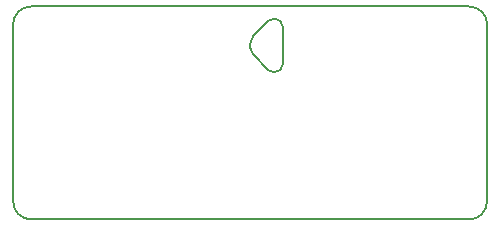
<source format=gm1>
G04 #@! TF.GenerationSoftware,KiCad,Pcbnew,6.0.9-8da3e8f707~116~ubuntu22.04.1*
G04 #@! TF.CreationDate,2022-11-27T05:06:29+05:30*
G04 #@! TF.ProjectId,meshy-tron,6d657368-792d-4747-926f-6e2e6b696361,rev?*
G04 #@! TF.SameCoordinates,Original*
G04 #@! TF.FileFunction,Profile,NP*
%FSLAX46Y46*%
G04 Gerber Fmt 4.6, Leading zero omitted, Abs format (unit mm)*
G04 Created by KiCad (PCBNEW 6.0.9-8da3e8f707~116~ubuntu22.04.1) date 2022-11-27 05:06:29*
%MOMM*%
%LPD*%
G01*
G04 APERTURE LIST*
G04 #@! TA.AperFunction,Profile*
%ADD10C,0.200000*%
G04 #@! TD*
G04 APERTURE END LIST*
D10*
X127030815Y-32796815D02*
X127030815Y-33243185D01*
X129032000Y-30734001D02*
G75*
G03*
X128493185Y-30957185I0J-761999D01*
G01*
X127254000Y-32258000D02*
X128493185Y-30957185D01*
X129794000Y-31496000D02*
G75*
G03*
X129032000Y-30734000I-762000J0D01*
G01*
X127254000Y-32258000D02*
G75*
G03*
X127030815Y-32796815I538815J-538815D01*
G01*
X127030816Y-33243185D02*
G75*
G03*
X127254000Y-33782000I761999J0D01*
G01*
X128493185Y-35082815D02*
X127254000Y-33782000D01*
X128493185Y-35082815D02*
G75*
G03*
X129032000Y-35306000I538815J538815D01*
G01*
X129032000Y-35306000D02*
G75*
G03*
X129794000Y-34544000I0J762000D01*
G01*
X127000000Y-47752000D02*
X108458000Y-47752000D01*
X145542000Y-47752000D02*
G75*
G03*
X147066000Y-46228000I0J1524000D01*
G01*
X106934000Y-46228000D02*
X106934000Y-38735000D01*
X145542000Y-47752000D02*
X127000000Y-47752000D01*
X106934000Y-46228000D02*
G75*
G03*
X108458000Y-47752000I1524000J0D01*
G01*
X147066000Y-46228000D02*
X147066000Y-38735000D01*
X147066000Y-31242000D02*
X147066000Y-38735000D01*
X129794000Y-34544000D02*
X129794000Y-31496000D01*
X147066000Y-31242000D02*
G75*
G03*
X145542000Y-29718000I-1524000J0D01*
G01*
X127000000Y-29718000D02*
X145542000Y-29718000D01*
X108458000Y-29718000D02*
X127000000Y-29718000D01*
X106934000Y-31242000D02*
X106934000Y-38735000D01*
X108458000Y-29718000D02*
G75*
G03*
X106934000Y-31242000I0J-1524000D01*
G01*
M02*

</source>
